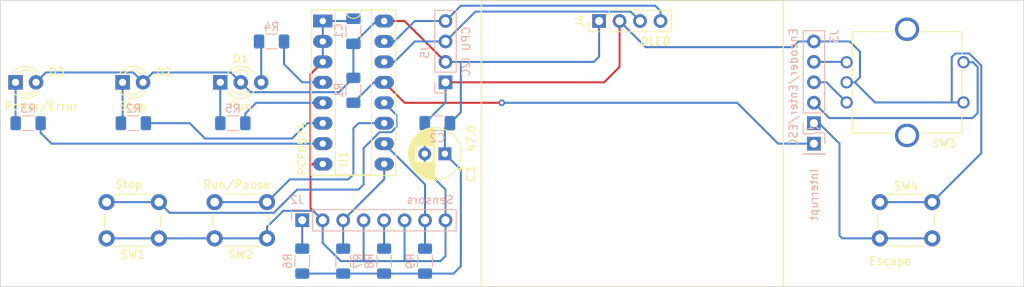
<source format=kicad_pcb>
(kicad_pcb (version 20211014) (generator pcbnew)
  (layers (0 "F.Cu" signal) (31 "B.Cu" signal) (34 "B.Paste" user) (35 "F.Paste" user) (36 "B.SilkS" user "B.Silkscreen") (37 "F.SilkS" user "F.Silkscreen") (38 "B.Mask" user) (39 "F.Mask" user) (44 "Edge.Cuts" user))
  (net 0 "")
  (net 1 "GND")
  (net 2 "+5V")
  (net 3 "Net-(D1-Pad1)")
  (net 4 "Net-(D1-Pad3)")
  (net 5 "Net-(D2-Pad1)")
  (net 6 "Net-(D3-Pad1)")
  (net 7 "Net-(J1-Pad1)")
  (net 8 "Net-(J2-Pad1)")
  (net 9 "/S1")
  (net 10 "Net-(J2-Pad5)")
  (net 11 "/S2")
  (net 12 "/Escape")
  (net 13 "/Enter")
  (net 14 "/Enc B")
  (net 15 "/Enc A")
  (net 16 "/SCL")
  (net 17 "/SDA")
  (net 18 "Net-(SW1-Pad2)")
  (net 19 "Net-(SW2-Pad2)")
  (net 20 "Net-(U1-Pad6)")
  (net 21 "Net-(U1-Pad7)")
  (net 22 "Net-(U1-Pad4)")
  (net 23 "Net-(U1-Pad5)")
  (footprint "Button_Switch_THT:SW_PUSH_6mm" (layer "F.Cu") (at 78.74 70.195 180)
    (fp_text reference "SW1" (at 3.25 -2) (layer "F.SilkS"))
    (fp_text value "Stop" (at 3.75 6.7) (layer "F.SilkS"))
    (fp_line (start 5.5 -1) (end 1 -1) (layer "F.SilkS") (width 0.12))
    (fp_line (start -0.25 1.5) (end -0.25 3) (layer "F.SilkS") (width 0.12))
    (fp_line (start 1 5.5) (end 5.5 5.5) (layer "F.SilkS") (width 0.12))
    (fp_line (start 6.75 3) (end 6.75 1.5) (layer "F.SilkS") (width 0.12))
    (pad "1" thru_hole circle (at 6.5 0 270) (size 2 2) (drill 1.1) (layers *.Cu *.Mask) (net 1 "GND"))
    (pad "1" thru_hole circle (at 0 0 270) (size 2 2) (drill 1.1) (layers *.Cu *.Mask) (net 1 "GND"))
    (pad "2" thru_hole circle (at 6.5 4.5 270) (size 2 2) (drill 1.1) (layers *.Cu *.Mask) (net 18 "Net-(SW1-Pad2)"))
    (pad "2" thru_hole circle (at 0 4.5 270) (size 2 2) (drill 1.1) (layers *.Cu *.Mask) (net 18 "Net-(SW1-Pad2)"))
  )
  (footprint "Rotary_Encoder:RotaryEncoder_Bourns_Vertical_PEC12R-3xxxF-Sxxxx" (layer "F.Cu") (at 164.08 48.3)
    (fp_text reference "SW3" (at 12.065 10.12 180) (layer "F.SilkS"))
    (fp_text value "RotaryEncoder_Switch")
    (fp_line (start 9.25 -3.8) (end 14.3 -3.8) (layer "F.SilkS") (width 0.12))
    (fp_line (start 0.7 0.75) (end 0.7 1.75) (layer "F.SilkS") (width 0.12))
    (fp_line (start 0.7 -3.8) (end 5.75 -3.8) (layer "F.SilkS") (width 0.12))
    (fp_line (start 0.7 3.25) (end 0.7 4.25) (layer "F.SilkS") (width 0.12))
    (fp_line (start 14.3 -3.8) (end 14.3 -1) (layer "F.SilkS") (width 0.12))
    (fp_line (start 0.7 5.8) (end 0.7 8.8) (layer "F.SilkS") (width 0.12))
    (fp_line (start 14.3 1) (end 14.3 4) (layer "F.SilkS") (width 0.12))
    (fp_line (start 0.7 -0.8) (end 0.7 -3.8) (layer "F.SilkS") (width 0.12))
    (fp_line (start 14.3 8.8) (end 9.25 8.8) (layer "F.SilkS") (width 0.12))
    (fp_line (start 5.75 8.8) (end 0.7 8.8) (layer "F.SilkS") (width 0.12))
    (fp_line (start 14.3 6.1) (end 14.3 8.8) (layer "F.SilkS") (width 0.12))
    (pad "A" thru_hole circle (at 0 0 270) (size 1.524 1.524) (drill 1) (layers *.Cu *.Mask) (net 15 "/Enc A"))
    (pad "B" thru_hole circle (at 0 5 270) (size 1.524 1.524) (drill 1) (layers *.Cu *.Mask) (net 14 "/Enc B"))
    (pad "C" thru_hole circle (at 0 2.5 270) (size 1.524 1.524) (drill 1) (layers *.Cu *.Mask) (net 1 "GND"))
    (pad "S1" thru_hole circle (at 14.5 0 270) (size 1.524 1.524) (drill 1) (layers *.Cu *.Mask) (net 13 "/Enter"))
    (pad "S2" thru_hole circle (at 14.5 5 270) (size 1.524 1.524) (drill 1) (layers *.Cu *.Mask) (net 1 "GND"))
    (pad "SH" thru_hole oval (at 7.5 -4.1 270) (size 2.9 3) (drill oval 2.1 2.2) (layers *.Cu *.Mask))
    (pad "SH" thru_hole oval (at 7.5 9.1 270) (size 2.9 3) (drill oval 2.1 2.2) (layers *.Cu *.Mask))
  )
  (footprint "MountingHole:MountingHole_3.2mm_M3" (layer "F.Cu") (at 62.865 72.39)
    (fp_text reference "H1" (at 0 0) (layer "F.SilkS"))
    (fp_text value "MountingHole" hide)
    (pad "" np_thru_hole circle (at 0 0) (size 3.2 3.2) (drill 3.2) (layers *.Cu *.Mask))
  )
  (footprint "MountingHole:MountingHole_3.2mm_M3" (layer "F.Cu") (at 122.555 44.45)
    (fp_text reference "H5" (at 0 0) (layer "F.SilkS"))
    (fp_text value "MountingHole" hide)
    (pad "" np_thru_hole circle (at 0 0) (size 3.2 3.2) (drill 3.2) (layers *.Cu *.Mask))
  )
  (footprint "LED_THT:LED_D3.0mm" (layer "F.Cu") (at 74.23 50.8)
    (fp_text reference "D2" (at 5.145 -1.27) (layer "F.SilkS"))
    (fp_text value "Stop" (at 1.27 2.96) (layer "F.SilkS"))
    (fp_line (start -0.29 1.08) (end -0.29 1.236) (layer "F.SilkS") (width 0.12))
    (fp_line (start -0.29 -1.236) (end -0.29 -1.08) (layer "F.SilkS") (width 0.12))
    (fp_arc (start -0.29 -1.235516) (mid 1.366487 -1.987659) (end 2.942335 -1.078608) (layer "F.SilkS") (width 0.12))
    (fp_arc (start 2.31113 1.079837) (mid 1.270117 1.5) (end 0.229039 1.08) (layer "F.SilkS") (width 0.12))
    (fp_arc (start 0.229039 -1.08) (mid 1.270117 -1.5) (end 2.31113 -1.079837) (layer "F.SilkS") (width 0.12))
    (fp_arc (start 2.942335 1.078608) (mid 1.366487 1.987659) (end -0.29 1.235516) (layer "F.SilkS") (width 0.12))
    (pad "1" thru_hole rect (at 0 0) (size 1.8 1.8) (drill 0.9) (layers *.Cu *.Mask) (net 5 "Net-(D2-Pad1)"))
    (pad "2" thru_hole circle (at 2.54 0) (size 1.8 1.8) (drill 0.9) (layers *.Cu *.Mask) (net 2 "+5V"))
  )
  (footprint "MountingHole:MountingHole_3.2mm_M3" (layer "F.Cu") (at 182.245 72.39)
    (fp_text reference "H4" (at 0 0) (layer "F.SilkS"))
    (fp_text value "MountingHole" hide)
    (pad "" np_thru_hole circle (at 0 0) (size 3.2 3.2) (drill 3.2) (layers *.Cu *.Mask))
  )
  (footprint "Button_Switch_THT:SW_PUSH_6mm" (layer "F.Cu") (at 168.2 65.695)
    (fp_text reference "SW4" (at 3.25 -2) (layer "F.SilkS"))
    (fp_text value "Escape" (at 1.27 7.33) (layer "F.SilkS"))
    (fp_line (start 5.5 -1) (end 1 -1) (layer "F.SilkS") (width 0.12))
    (fp_line (start 1 5.5) (end 5.5 5.5) (layer "F.SilkS") (width 0.12))
    (fp_line (start -0.25 1.5) (end -0.25 3) (layer "F.SilkS") (width 0.12))
    (fp_line (start 6.75 3) (end 6.75 1.5) (layer "F.SilkS") (width 0.12))
    (pad "1" thru_hole circle (at 0 0 90) (size 2 2) (drill 1.1) (layers *.Cu *.Mask) (net 1 "GND"))
    (pad "1" thru_hole circle (at 6.5 0 90) (size 2 2) (drill 1.1) (layers *.Cu *.Mask) (net 1 "GND"))
    (pad "2" thru_hole circle (at 0 4.5 90) (size 2 2) (drill 1.1) (layers *.Cu *.Mask) (net 12 "/Escape"))
    (pad "2" thru_hole circle (at 6.5 4.5 90) (size 2 2) (drill 1.1) (layers *.Cu *.Mask) (net 12 "/Escape"))
  )
  (footprint "Capacitor_THT:CP_Radial_D6.3mm_P2.50mm" (layer "F.Cu") (at 114.222379 59.69 180)
    (fp_text reference "C3" (at -3.252621 -2.54 90) (layer "F.SilkS"))
    (fp_text value "47,0" (at -3.252621 1.905 90) (layer "F.SilkS"))
    (fp_line (start 2.331 1.04) (end 2.331 3.047) (layer "F.SilkS") (width 0.12))
    (fp_line (start 1.41 -3.227) (end 1.41 3.227) (layer "F.SilkS") (width 0.12))
    (fp_line (start 4.331 -1.059) (end 4.331 1.059) (layer "F.SilkS") (width 0.12))
    (fp_line (start 2.011 1.04) (end 2.011 3.141) (layer "F.SilkS") (width 0.12))
    (fp_line (start 2.091 -3.121) (end 2.091 -1.04) (layer "F.SilkS") (width 0.12))
    (fp_line (start 3.851 -1.944) (end 3.851 1.944) (layer "F.SilkS") (width 0.12))
    (fp_line (start 3.531 1.04) (end 3.531 2.305) (layer "F.SilkS") (width 0.12))
    (fp_line (start 2.131 1.04) (end 2.131 3.11) (layer "F.SilkS") (width 0.12))
    (fp_line (start 3.011 1.04) (end 3.011 2.716) (layer "F.SilkS") (width 0.12))
    (fp_line (start 3.251 -2.548) (end 3.251 -1.04) (layer "F.SilkS") (width 0.12))
    (fp_line (start 2.691 1.04) (end 2.691 2.896) (layer "F.SilkS") (width 0.12))
    (fp_line (start 1.85 -3.175) (end 1.85 -1.04) (layer "F.SilkS") (width 0.12))
    (fp_line (start 2.531 -2.97) (end 2.531 -1.04) (layer "F.SilkS") (width 0.12))
    (fp_line (start 3.331 -2.484) (end 3.331 -1.04) (layer "F.SilkS") (width 0.12))
    (fp_line (start 1.77 -3.189) (end 1.77 -1.04) (layer "F.SilkS") (width 0.12))
    (fp_line (start 2.371 -3.033) (end 2.371 -1.04) (layer "F.SilkS") (width 0.12))
    (fp_line (start 4.371 -0.94) (end 4.371 0.94) (layer "F.SilkS") (width 0.12))
    (fp_line (start 3.891 -1.89) (end 3.891 1.89) (layer "F.SilkS") (width 0.12))
    (fp_line (start 2.411 -3.018) (end 2.411 -1.04) (layer "F.SilkS") (width 0.12))
    (fp_line (start 1.77 1.04) (end 1.77 3.189) (layer "F.SilkS") (width 0.12))
    (fp_line (start 3.731 -2.092) (end 3.731 2.092) (layer "F.SilkS") (width 0.12))
    (fp_line (start 4.451 -0.633) (end 4.451 0.633) (layer "F.SilkS") (width 0.12))
    (fp_line (start 3.491 -2.343) (end 3.491 -1.04) (layer "F.SilkS") (width 0.12))
    (fp_line (start 2.731 -2.876) (end 2.731 -1.04) (layer "F.SilkS") (width 0.12))
    (fp_line (start 1.73 1.04) (end 1.73 3.195) (layer "F.SilkS") (width 0.12))
    (fp_line (start 2.651 1.04) (end 2.651 2.916) (layer "F.SilkS") (width 0.12))
    (fp_line (start 1.73 -3.195) (end 1.73 -1.04) (layer "F.SilkS") (width 0.12))
    (fp_line (start 2.251 -3.074) (end 2.251 -1.04) (layer "F.SilkS") (width 0.12))
    (fp_line (start 1.65 1.04) (end 1.65 3.206) (layer "F.SilkS") (width 0.12))
    (fp_line (start 2.171 1.04) (end 2.171 3.098) (layer "F.SilkS") (width 0.12))
    (fp_line (start 3.571 -2.265) (end 3.571 2.265) (layer "F.SilkS") (width 0.12))
    (fp_line (start 3.691 -2.137) (end 3.691 2.137) (layer "F.SilkS") (width 0.12))
    (fp_line (start 3.451 -2.38) (end 3.451 -1.04) (layer "F.SilkS") (width 0.12))
    (fp_line (start 3.651 -2.182) (end 3.651 2.182) (layer "F.SilkS") (width 0.12))
    (fp_line (start 2.931 -2.766) (end 2.931 -1.04) (layer "F.SilkS") (width 0.12))
    (fp_line (start 2.971 -2.742) (end 2.971 -1.04) (layer "F.SilkS") (width 0.12))
    (fp_line (start 1.61 -3.211) (end 1.61 -1.04) (layer "F.SilkS") (width 0.12))
    (fp_line (start 1.89 1.04) (end 1.89 3.167) (layer "F.SilkS") (width 0.12))
    (fp_line (start 2.891 1.04) (end 2.891 2.79) (layer "F.SilkS") (width 0.12))
    (fp_line (start 3.331 1.04) (end 3.331 2.484) (layer "F.SilkS") (width 0.12))
    (fp_line (start 2.571 -2.952) (end 2.571 -1.04) (layer "F.SilkS") (width 0.12))
    (fp_line (start 1.81 1.04) (end 1.81 3.182) (layer "F.SilkS") (width 0.12))
    (fp_line (start 1.65 -3.206) (end 1.65 -1.04) (layer "F.SilkS") (width 0.12))
    (fp_line (start 1.93 1.04) (end 1.93 3.159) (layer "F.SilkS") (width 0.12))
    (fp_line (start 3.131 1.04) (end 3.131 2.636) (layer "F.SilkS") (width 0.12))
    (fp_line (start 1.45 -3.224) (end 1.45 3.224) (layer "F.SilkS") (width 0.12))
    (fp_line (start 2.451 1.04) (end 2.451 3.002) (layer "F.SilkS") (width 0.12))
    (fp_line (start 1.69 -3.201) (end 1.69 -1.04) (layer "F.SilkS") (width 0.12))
    (fp_line (start 2.891 -2.79) (end 2.891 -1.04) (layer "F.SilkS") (width 0.12))
    (fp_line (start 2.771 1.04) (end 2.771 2.856) (layer "F.SilkS") (width 0.12))
    (fp_line (start 1.37 -3.228) (end 1.37 3.228) (layer "F.SilkS") (width 0.12))
    (fp_line (start 2.931 1.04) (end 2.931 2.766) (layer "F.SilkS") (width 0.12))
    (fp_line (start -2.250241 -1.839) (end -1.620241 -1.839) (layer "F.SilkS") (width 0.12))
    (fp_line (start 3.931 -1.834) (end 3.931 1.834) (layer "F.SilkS") (width 0.12))
    (fp_line (start 2.611 1.04) (end 2.611 2.934) (layer "F.SilkS") (width 0.12))
    (fp_line (start 3.411 1.04) (end 3.411 2.416) (layer "F.SilkS") (width 0.12))
    (fp_line (start 2.531 1.04) (end 2.531 2.97) (layer "F.SilkS") (width 0.12))
    (fp_line (start 4.411 -0.802) (end 4.411 0.802) (layer "F.SilkS") (width 0.12))
    (fp_line (start 2.731 1.04) (end 2.731 2.876) (layer "F.SilkS") (width 0.12))
    (fp_line (start 1.29 -3.23) (end 1.29 3.23) (layer "F.SilkS") (width 0.12))
    (fp_line (start 3.611 -2.224) (end 3.611 2.224) (layer "F.SilkS") (width 0.12))
    (fp_line (start 2.971 1.04) (end 2.971 2.742) (layer "F.SilkS") (width 0.12))
    (fp_line (start 1.57 1.04) (end 1.57 3.215) (layer "F.SilkS") (width 0.12))
    (fp_line (start 2.251 1.04) (end 2.251 3.074) (layer "F.SilkS") (width 0.12))
    (fp_line (start 3.771 -2.044) (end 3.771 2.044) (layer "F.SilkS") (width 0.12))
    (fp_line (start 4.171 -1.432) (end 4.171 1.432) (layer "F.SilkS") (width 0.12))
    (fp_line (start 2.091 1.04) (end 2.091 3.121) (layer "F.SilkS") (width 0.12))
    (fp_line (start 4.211 -1.35) (end 4.211 1.35) (layer "F.SilkS") (width 0.12))
    (fp_line (start 2.691 -2.896) (end 2.691 -1.04) (layer "F.SilkS") (width 0.12))
    (fp_line (start 2.371 1.04) (end 2.371 3.033) (layer "F.SilkS") (width 0.12))
    (fp_line (start 1.89 -3.167) (end 1.89 -1.04) (layer "F.SilkS") (width 0.12))
    (fp_line (start 1.81 -3.182) (end 1.81 -1.04) (layer "F.SilkS") (width 0.12))
    (fp_line (start 3.211 -2.578) (end 3.211 -1.04) (layer "F.SilkS") (width 0.12))
    (fp_line (start 4.131 -1.509) (end 4.131 1.509) (layer "F.SilkS") (width 0.12))
    (fp_line (start 3.291 -2.516) (end 3.291 -1.04) (layer "F.SilkS") (width 0.12))
    (fp_line (start 1.971 1.04) (end 1.971 3.15) (layer "F.SilkS") (width 0.12))
    (fp_line (start 1.33 -3.23) (end 1.33 3.23) (layer "F.SilkS") (width 0.12))
    (fp_line (start 1.49 -3.222) (end 1.49 -1.04) (layer "F.SilkS") (width 0.12))
    (fp_line (start 2.611 -2.934) (end 2.611 -1.04) (layer "F.SilkS") (width 0.12))
    (fp_line (start 3.371 -2.45) (end 3.371 -1.04) (layer "F.SilkS") (width 0.12))
    (fp_line (start 2.491 -2.986) (end 2.491 -1.04) (layer "F.SilkS") (width 0.12))
    (fp_line (start 1.93 -3.159) (end 1.93 -1.04) (layer "F.SilkS") (width 0.12))
    (fp_line (start 2.171 -3.098) (end 2.171 -1.04) (layer "F.SilkS") (width 0.12))
    (fp_line (start 2.291 -3.061) (end 2.291 -1.04) (layer "F.SilkS") (width 0.12))
    (fp_line (start 2.051 1.04) (end 2.051 3.131) (layer "F.SilkS") (width 0.12))
    (fp_line (start -1.935241 -2.154) (end -1.935241 -1.524) (layer "F.SilkS") (width 0.12))
    (fp_line (start 2.211 -3.086) (end 2.211 -1.04) (layer "F.SilkS") (width 0.12))
    (fp_line (start 2.131 -3.11) (end 2.131 -1.04) (layer "F.SilkS") (width 0.12))
    (fp_line (start 4.291 -1.165) (end 4.291 1.165) (layer "F.SilkS") (width 0.12))
    (fp_line (start 1.57 -3.215) (end 1.57 -1.04) (layer "F.SilkS") (width 0.12))
    (fp_line (start 3.051 -2.69) (end 3.051 -1.04) (layer "F.SilkS") (width 0.12))
    (fp_line (start 2.011 -3.141) (end 2.011 -1.04) (layer "F.SilkS") (width 0.12))
    (fp_line (start 2.811 -2.834) (end 2.811 -1.04) (layer "F.SilkS") (width 0.12))
    (fp_line (start 4.091 -1.581) (end 4.091 1.581) (layer "F.SilkS") (width 0.12))
    (fp_line (start 2.051 -3.131) (end 2.051 -1.04) (layer "F.SilkS") (width 0.12))
    (fp_line (start 3.371 1.04) (end 3.371 2.45) (layer "F.SilkS") (width 0.12))
    (fp_line (start 3.451 1.04) (end 3.451 2.38) (layer "F.SilkS") (width 0.12))
    (fp_line (start 2.411 1.04) (end 2.411 3.018) (layer "F.SilkS") (width 0.12))
    (fp_line (start 2.851 1.04) (end 2.851 2.812) (layer "F.SilkS") (width 0.12))
    (fp_line (start 3.091 -2.664) (end 3.091 -1.04) (layer "F.SilkS") (width 0.12))
    (fp_line (start 3.051 1.04) (end 3.051 2.69) (layer "F.SilkS") (width 0.12))
    (fp_line (start 3.171 -2.607) (end 3.171 -1.04) (layer "F.SilkS") (width 0.12))
    (fp_line (start 1.49 1.04) (end 1.49 3.222) (layer "F.SilkS") (width 0.12))
    (fp_line (start 3.251 1.04) (end 3.251 2.548) (layer "F.SilkS") (width 0.12))
    (fp_line (start 3.531 -2.305) (end 3.531 -1.04) (layer "F.SilkS") (width 0.12))
    (fp_line (start 2.651 -2.916) (end 2.651 -1.04) (layer "F.SilkS") (width 0.12))
    (fp_line (start 1.53 -3.218) (end 1.53 -1.04) (layer "F.SilkS") (width 0.12))
    (fp_line (start 1.25 -3.23) (end 1.25 3.23) (layer "F.SilkS") (width 0.12))
    (fp_line (start 2.571 1.04) (end 2.571 2.952) (layer "F.SilkS") (width 0.12))
    (fp_line (start 1.53 1.04) (end 1.53 3.218) (layer "F.SilkS") (width 0.12))
    (fp_line (start 4.251 -1.262) (end 4.251 1.262) (layer "F.SilkS") (width 0.12))
    (fp_line (start 2.491 1.04) (end 2.491 2.986) (layer "F.SilkS") (width 0.12))
    (fp_line (start 1.61 1.04) (end 1.61 3.211) (layer "F.SilkS") (width 0.12))
    (fp_line (start 3.211 1.04) (end 3.211 2.578) (layer "F.SilkS") (width 0.12))
    (fp_line (start 2.331 -3.047) (end 2.331 -1.04) (layer "F.SilkS") (width 0.12))
    (fp_line (start 3.291 1.04) (end 3.291 2.516) (layer "F.SilkS") (width 0.12))
    (fp_line (start 3.971 -1.776) (end 3.971 1.776) (layer "F.SilkS") (width 0.12))
    (fp_line (start 3.811 -1.995) (end 3.811 1.995) (layer "F.SilkS") (width 0.12))
    (fp_line (start 2.771 -2.856) (end 2.771 -1.04) (layer "F.SilkS") (width 0.12))
    (fp_line (start 2.211 1.04) (end 2.211 3.086) (layer "F.SilkS") (width 0.12))
    (fp_line (start 4.011 -1.714) (end 4.011 1.714) (layer "F.SilkS") (width 0.12))
    (fp_line (start 2.291 1.04) (end 2.291 3.061) (layer "F.SilkS") (width 0.12))
    (fp_line (start 4.051 -1.65) (end 4.051 1.65) (layer "F.SilkS") (width 0.12))
    (fp_line (start 1.85 1.04) (end 1.85 3.175) (layer "F.SilkS") (width 0.12))
    (fp_line (start 4.491 -0.402) (end 4.491 0.402) (layer "F.SilkS") (width 0.12))
    (fp_line (start 3.411 -2.416) (end 3.411 -1.04) (layer "F.SilkS") (width 0.12))
    (fp_line (start 2.851 -2.812) (end 2.851 -1.04) (layer "F.SilkS") (width 0.12))
    (fp_line (start 3.131 -2.636) (end 3.131 -1.04) (layer "F.SilkS") (width 0.12))
    (fp_line (start 3.091 1.04) (end 3.091 2.664) (layer "F.SilkS") (width 0.12))
    (fp_line (start 1.69 1.04) (end 1.69 3.201) (layer "F.SilkS") (width 0.12))
    (fp_line (start 3.011 -2.716) (end 3.011 -1.04) (layer "F.SilkS") (width 0.12))
    (fp_line (start 1.971 -3.15) (end 1.971 -1.04) (layer "F.SilkS") (width 0.12))
    (fp_line (start 2.451 -3.002) (end 2.451 -1.04) (layer "F.SilkS") (width 0.12))
    (fp_line (start 2.811 1.04) (end 2.811 2.834) (layer "F.SilkS") (width 0.12))
    (fp_line (start 3.171 1.04) (end 3.171 2.607) (layer "F.SilkS") (width 0.12))
    (fp_line (start 3.491 1.04) (end 3.491 2.343) (layer "F.SilkS") (width 0.12))
    (fp_circle (center 1.25 0) (end 4.52 0) (layer "F.SilkS") (width 0.12) (fill none))
    (pad "1" thru_hole rect (at 0 0 180) (size 1.6 1.6) (drill 0.8) (layers *.Cu *.Mask) (net 2 "+5V"))
    (pad "2" thru_hole circle (at 2.5 0 180) (size 1.6 1.6) (drill 0.8) (layers *.Cu *.Mask) (net 1 "GND"))
  )
  (footprint "Connector_PinHeader_2.54mm:PinHeader_1x04_P2.54mm_Vertical" (layer "F.Cu") (at 133.36 43.18 90)
    (fp_text reference "J4" (at 0 -2.33 90) (layer "F.SilkS"))
    (fp_text value "OLED" (at -2.54 6.975 180) (layer "F.SilkS"))
    (fp_line (start -1.33 1.27) (end -1.33 8.95) (layer "F.SilkS") (width 0.12))
    (fp_line (start -1.33 8.95) (end 1.33 8.95) (layer "F.SilkS") (width 0.12))
    (fp_line (start 1.33 1.27) (end 1.33 8.95) (layer "F.SilkS") (width 0.12))
    (fp_line (start -1.33 -1.33) (end 0 -1.33) (layer "F.SilkS") (width 0.12))
    (fp_line (start -1.33 1.27) (end 1.33 1.27) (layer "F.SilkS") (width 0.12))
    (fp_line (start -1.33 0) (end -1.33 -1.33) (layer "F.SilkS") (width 0.12))
    (pad "1" thru_hole rect (at 0 0 90) (size 1.7 1.7) (drill 1) (layers *.Cu *.Mask) (net 2 "+5V"))
    (pad "2" thru_hole oval (at 0 2.54 90) (size 1.7 1.7) (drill 1) (layers *.Cu *.Mask) (net 1 "GND"))
    (pad "3" thru_hole oval (at 0 5.08 90) (size 1.7 1.7) (drill 1) (layers *.Cu *.Mask) (net 16 "/SCL"))
    (pad "4" thru_hole oval (at 0 7.62 90) (size 1.7 1.7) (drill 1) (layers *.Cu *.Mask) (net 17 "/SDA"))
  )
  (footprint "LED_THT:LED_D3.0mm-3" (layer "F.Cu") (at 86.35 50.8)
    (fp_text reference "D1" (at 2.54 -2.96) (layer "F.SilkS"))
    (fp_text value "Run" (at 2.54 2.96) (layer "F.SilkS"))
    (fp_line (start 0.98 -1.236) (end 0.98 -1.08) (layer "F.SilkS") (width 0.12))
    (fp_line (start 0.98 1.08) (end 0.98 1.236) (layer "F.SilkS") (width 0.12))
    (fp_arc (start 4.212335 1.078608) (mid 2.636487 1.987659) (end 0.98 1.235516) (layer "F.SilkS") (width 0.12))
    (fp_arc (start 1.499039 -1.08) (mid 2.540117 -1.5) (end 3.58113 -1.079837) (layer "F.SilkS") (width 0.12))
    (fp_arc (start 3.58113 1.079837) (mid 2.540117 1.5) (end 1.499039 1.08) (layer "F.SilkS") (width 0.12))
    (fp_arc (start 0.98 -1.235516) (mid 2.636487 -1.987659) (end 4.212335 -1.078608) (layer "F.SilkS") (width 0.12))
    (pad "1" thru_hole rect (at 0 0) (size 1.8 1.8) (drill 0.9) (layers *.Cu *.Mask) (net 3 "Net-(D1-Pad1)"))
    (pad "2" thru_hole circle (at 2.54 0) (size 1.8 1.8) (drill 0.9) (layers *.Cu *.Mask) (net 2 "+5V"))
    (pad "3" thru_hole circle (at 5.08 0) (size 1.8 1.8) (drill 0.9) (layers *.Cu *.Mask) (net 4 "Net-(D1-Pad3)"))
  )
  (footprint "LED_THT:LED_D3.0mm" (layer "F.Cu") (at 60.945 50.8)
    (fp_text reference "D3" (at 5.095 -1.27) (layer "F.SilkS"))
    (fp_text value "Power/Error" (at 3.175 2.96) (layer "F.SilkS"))
    (fp_line (start -0.29 -1.236) (end -0.29 -1.08) (layer "F.SilkS") (width 0.12))
    (fp_line (start -0.29 1.08) (end -0.29 1.236) (layer "F.SilkS") (width 0.12))
    (fp_arc (start 0.229039 -1.08) (mid 1.270117 -1.5) (end 2.31113 -1.079837) (layer "F.SilkS") (width 0.12))
    (fp_arc (start 2.31113 1.079837) (mid 1.270117 1.5) (end 0.229039 1.08) (layer "F.SilkS") (width 0.12))
    (fp_arc (start -0.29 -1.235516) (mid 1.366487 -1.987659) (end 2.942335 -1.078608) (layer "F.SilkS") (width 0.12))
    (fp_arc (start 2.942335 1.078608) (mid 1.366487 1.987659) (end -0.29 1.235516) (layer "F.SilkS") (width 0.12))
    (pad "1" thru_hole rect (at 0 0) (size 1.8 1.8) (drill 0.9) (layers *.Cu *.Mask) (net 6 "Net-(D3-Pad1)"))
    (pad "2" thru_hole circle (at 2.54 0) (size 1.8 1.8) (drill 0.9) (layers *.Cu *.Mask) (net 2 "+5V"))
  )
  (footprint "Button_Switch_THT:SW_PUSH_6mm" (layer "F.Cu") (at 92.15 70.195 180)
    (fp_text reference "SW2" (at 3.25 -2) (layer "F.SilkS"))
    (fp_text value "Run/Pause" (at 3.75 6.7) (layer "F.SilkS"))
    (fp_line (start -0.25 1.5) (end -0.25 3) (layer "F.SilkS") (width 0.12))
    (fp_line (start 1 5.5) (end 5.5 5.5) (layer "F.SilkS") (width 0.12))
    (fp_line (start 6.75 3) (end 6.75 1.5) (layer "F.SilkS") (width 0.12))
    (fp_line (start 5.5 -1) (end 1 -1) (layer "F.SilkS") (width 0.12))
    (pad "1" thru_hole circle (at 6.5 0 270) (size 2 2) (drill 1.1) (layers *.Cu *.Mask) (net 1 "GND"))
    (pad "1" thru_hole circle (at 0 0 270) (size 2 2) (drill 1.1) (layers *.Cu *.Mask) (net 1 "GND"))
    (pad "2" thru_hole circle (at 6.5 4.5 270) (size 2 2) (drill 1.1) (layers *.Cu *.Mask) (net 19 "Net-(SW2-Pad2)"))
    (pad "2" thru_hole circle (at 0 4.5 270) (size 2 2) (drill 1.1) (layers *.Cu *.Mask) (net 19 "Net-(SW2-Pad2)"))
  )
  (footprint "MountingHole:MountingHole_3.2mm_M3" (layer "F.Cu") (at 182.245 44.45)
    (fp_text reference "H3" (at 0 0) (layer "F.SilkS"))
    (fp_text value "MountingHole" hide)
    (pad "" np_thru_hole circle (at 0 0) (size 3.2 3.2) (drill 3.2) (layers *.Cu *.Mask))
  )
  (footprint "MountingHole:MountingHole_3.2mm_M3" (layer "F.Cu") (at 62.865 44.45)
    (fp_text reference "H2" hide)
    (fp_text value "MountingHole" hide)
    (pad "" np_thru_hole circle (at 0 0) (size 3.2 3.2) (drill 3.2) (layers *.Cu *.Mask))
  )
  (footprint "MountingHole:MountingHole_3.2mm_M3" (layer "F.Cu") (at 152.4 72.39)
    (fp_text reference "H7" (at 0 0) (layer "F.SilkS"))
    (fp_text value "MountingHole" hide)
    (pad "" np_thru_hole circle (at 0 0) (size 3.2 3.2) (drill 3.2) (layers *.Cu *.Mask))
  )
  (footprint "Package_DIP:DIP-16_W7.62mm_Socket_LongPads" (layer "F.Cu") (at 99.07 43.18)
    (fp_text reference "U1" (at 2.53 17.145 90) (layer "F.SilkS"))
    (fp_text value "PCF8574" (at -2.55 15.875 270) (layer "F.SilkS"))
    (fp_line (start 1.56 -1.33) (end 1.56 19.11) (layer "F.SilkS") (width 0.12))
    (fp_line (start 2.81 -1.33) (end 1.56 -1.33) (layer "F.SilkS") (width 0.12))
    (fp_line (start 1.56 19.11) (end 6.06 19.11) (layer "F.SilkS") (width 0.12))
    (fp_line (start -1.44 19.17) (end 9.06 19.17) (layer "F.SilkS") (width 0.12))
    (fp_line (start 9.06 19.17) (end 9.06 -1.39) (layer "F.SilkS") (width 0.12))
    (fp_line (start -1.44 -1.39) (end -1.44 19.17) (layer "F.SilkS") (width 0.12))
    (fp_line (start 6.06 -1.33) (end 4.81 -1.33) (layer "F.SilkS") (width 0.12))
    (fp_line (start 6.06 19.11) (end 6.06 -1.33) (layer "F.SilkS") (width 0.12))
    (fp_line (start 9.06 -1.39) (end -1.44 -1.39) (layer "F.SilkS") (width 0.12))
    (fp_arc (start 4.81 -1.33) (mid 3.81 -0.33) (end 2.81 -1.33) (layer "F.SilkS") (width 0.12))
    (pad "1" thru_hole rect (at 0 0) (size 2.4 1.6) (drill 0.8) (layers *.Cu *.Mask) (net 1 "GND"))
    (pad "2" thru_hole oval (at 0 2.54) (size 2.4 1.6) (drill 0.8) (layers *.Cu *.Mask) (net 1 "GND"))
    (pad "3" thru_hole oval (at 0 5.08) (size 2.4 1.6) (drill 0.8) (layers *.Cu *.Mask) (net 1 "GND"))
    (pad "4" thru_hole oval (at 0 7.62) (size 2.4 1.6) (drill 0.8) (layers *.Cu *.Mask) (net 22 "Net-(U1-Pad4)"))
    (pad "5" thru_hole oval (at 0 10.16) (size 2.4 1.6) (drill 0.8) (layers *.Cu *.Mask) (net 23 "Net-(U1-Pad5)"))
    (pad "6" thru_hole oval (at 0 12.7) (size 2.4 1.6) (drill 0.8) (layers *.Cu *.Mask) (net 20 "Net-(U1-Pad6)"))
    (pad "7" thru_hole oval (at 0 15.24) (size 2.4 1.6) (drill 0.8) (layers *.Cu *.Mask) (net 21 "Net-(U1-Pad7)"))
    (pad "8" thru_hole oval (at 0 17.78) (size 2.4 1.6) (drill 0.8) (layers *.Cu *.Mask) (net 1 "GND"))
    (pad "9" thru_hole oval (at 7.62 17.78) (size 2.4 1.6) (drill 0.8) (layers *.Cu *.Mask) (net 9 "/S1"))
    (pad "10" thru_hole oval (at 7.62 15.24) (size 2.4 1.6) (drill 0.8) (layers *.Cu *.Mask) (net 11 "/S2"))
    (pad "11" thru_hole oval (at 7.62 12.7) (size 2.4 1.6) (drill 0.8) (layers *.Cu *.Mask) (net 19 "Net-(SW2-Pad2)"))
    (pad "12" thru_hole oval (at 7.62 10.16) (size 2.4 1.6) (drill 0.8) (layers *.Cu *.Mask) (net 18 "Net-(SW1-Pad2)"))
    (pad "13" thru_hole oval (at 7.62 7.62) (size 2.4 1.6) (drill 0.8) (layers *.Cu *.Mask) (net 7 "Net-(J1-Pad1)"))
    (pad "14" thru_hole oval (at 7.62 5.08) (size 2.4 1.6) (drill 0.8) (layers *.Cu *.Mask) (net 16 "/SCL"))
    (pad "15" thru_hole oval (at 7.62 2.54) (size 2.4 1.6) (drill 0.8) (layers *.Cu *.Mask) (net 17 "/SDA"))
    (pad "16" thru_hole oval (at 7.62 0) (size 2.4 1.6) (drill 0.8) (layers *.Cu *.Mask) (net 2 "+5V"))
  )
  (footprint "MountingHole:MountingHole_3.2mm_M3" (layer "F.Cu") (at 152.4 44.45)
    (fp_text reference "H8" (at 0 0) (layer "F.SilkS"))
    (fp_text value "MountingHole" hide)
    (pad "" np_thru_hole circle (at 0 0) (size 3.2 3.2) (drill 3.2) (layers *.Cu *.Mask))
  )
  (footprint "MountingHole:MountingHole_3.2mm_M3" (layer "F.Cu") (at 122.555 72.39)
    (fp_text reference "H6" (at 0 0) (layer "F.SilkS"))
    (fp_text value "MountingHole" hide)
    (pad "" np_thru_hole circle (at 0 0) (size 3.2 3.2) (drill 3.2) (layers *.Cu *.Mask))
  )
  (footprint "Connector_PinHeader_2.54mm:PinHeader_1x08_P2.54mm_Vertical" (layer "B.Cu") (at 96.52 67.945 -90)
    (fp_text reference "J2" (at -2.54 0.635 180) (layer "B.SilkS") (effects (justify mirror)))
    (fp_text value "Sensors" (at -2.54 -15.875) (layer "B.SilkS") (effects (justify mirror)))
    (fp_line (start -1.33 0) (end -1.33 1.33) (layer "B.SilkS") (width 0.12))
    (fp_line (start -1.33 -1.27) (end 1.33 -1.27) (layer "B.SilkS") (width 0.12))
    (fp_line (start 1.33 -1.27) (end 1.33 -19.11) (layer "B.SilkS") (width 0.12))
    (fp_line (start -1.33 1.33) (end 0 1.33) (layer "B.SilkS") (width 0.12))
    (fp_line (start -1.33 -19.11) (end 1.33 -19.11) (layer "B.SilkS") (width 0.12))
    (fp_line (start -1.33 -1.27) (end -1.33 -19.11) (layer "B.SilkS") (width 0.12))
    (pad "1" thru_hole rect (at 0 0 270) (size 1.7 1.7) (drill 1) (layers *.Cu *.Mask) (net 8 "Net-(J2-Pad1)"))
    (pad "2" thru_hole oval (at 0 -2.54 270) (size 1.7 1.7) (drill 1) (layers *.Cu *.Mask) (net 1 "GND"))
    (pad "3" thru_hole oval (at 0 -5.08 270) (size 1.7 1.7) (drill 1) (layers *.Cu *.Mask) (net 9 "/S1"))
    (pad "4" thru_hole oval (at 0 -7.62 270) (size 1.7 1.7) (drill 1) (layers *.Cu *.Mask) (net 1 "GND"))
    (pad "5" thru_hole oval (at 0 -10.16 270) (size 1.7 1.7) (drill 1) (layers *.Cu *.Mask) (net 10 "Net-(J2-Pad5)"))
    (pad "6" thru_hole oval (at 0 -12.7 270) (size 1.7 1.7) (drill 1) (layers *.Cu *.Mask) (net 1 "GND"))
    (pad "7" thru_hole oval (at 0 -15.24 270) (size 1.7 1.7) (drill 1) (layers *.Cu *.Mask) (net 11 "/S2"))
    (pad "8" thru_hole oval (at 0 -17.78 270) (size 1.7 1.7) (drill 1) (layers *.Cu *.Mask) (net 1 "GND"))
  )
  (footprint "Resistor_SMD:R_1206_3216Metric_Pad1.30x1.75mm_HandSolder" (layer "B.Cu") (at 62.51 55.88 180)
    (fp_text reference "R3" (at 0 1.82) (layer "B.SilkS") (effects (justify mirror)))
    (fp_text value "560")
    (fp_line (start -0.727064 -0.91) (end 0.727064 -0.91) (layer "B.SilkS") (width 0.12))
    (fp_line (start -0.727064 0.91) (end 0.727064 0.91) (layer "B.SilkS") (width 0.12))
    (pad "1" smd roundrect (at -1.55 0 180) (size 1.3 1.75) (layers "B.Cu" "B.Paste" "B.Mask") (roundrect_rratio 0.192308) (net 21 "Net-(U1-Pad7)"))
    (pad "2" smd roundrect (at 1.55 0 180) (size 1.3 1.75) (layers "B.Cu" "B.Paste" "B.Mask") (roundrect_rratio 0.192308) (net 6 "Net-(D3-Pad1)"))
  )
  (footprint "Resistor_SMD:R_1206_3216Metric_Pad1.30x1.75mm_HandSolder" (layer "B.Cu") (at 96.52 73.025 -90)
    (fp_text reference "R6" (at 0 1.82 90) (layer "B.SilkS") (effects (justify mirror)))
    (fp_text value "4,7k")
    (fp_line (start -0.727064 0.91) (end 0.727064 0.91) (layer "B.SilkS") (width 0.12))
    (fp_line (start -0.727064 -0.91) (end 0.727064 -0.91) (layer "B.SilkS") (width 0.12))
    (pad "1" smd roundrect (at -1.55 0 270) (size 1.3 1.75) (layers "B.Cu" "B.Paste" "B.Mask") (roundrect_rratio 0.192308) (net 8 "Net-(J2-Pad1)"))
    (pad "2" smd roundrect (at 1.55 0 270) (size 1.3 1.75) (layers "B.Cu" "B.Paste" "B.Mask") (roundrect_rratio 0.192308) (net 2 "+5V"))
  )
  (footprint "Resistor_SMD:R_1206_3216Metric_Pad1.30x1.75mm_HandSolder" (layer "B.Cu") (at 87.91 55.88 180)
    (fp_text reference "R5" (at 0 1.82) (layer "B.SilkS") (effects (justify mirror)))
    (fp_text value "560")
    (fp_line (start -0.727064 0.91) (end 0.727064 0.91) (layer "B.SilkS") (width 0.12))
    (fp_line (start -0.727064 -0.91) (end 0.727064 -0.91) (layer "B.SilkS") (width 0.12))
    (pad "1" smd roundrect (at -1.55 0 180) (size 1.3 1.75) (layers "B.Cu" "B.Paste" "B.Mask") (roundrect_rratio 0.192308) (net 23 "Net-(U1-Pad5)"))
    (pad "2" smd roundrect (at 1.55 0 180) (size 1.3 1.75) (layers "B.Cu" "B.Paste" "B.Mask") (roundrect_rratio 0.192308) (net 3 "Net-(D1-Pad1)"))
  )
  (footprint "Resistor_SMD:R_1206_3216Metric_Pad1.30x1.75mm_HandSolder" (layer "B.Cu") (at 92.71 45.72 180)
    (fp_text reference "R4" (at 0 1.82) (layer "B.SilkS") (effects (justify mirror)))
    (fp_text value "560")
    (fp_line (start -0.727064 0.91) (end 0.727064 0.91) (layer "B.SilkS") (width 0.12))
    (fp_line (start -0.727064 -0.91) (end 0.727064 -0.91) (layer "B.SilkS") (width 0.12))
    (pad "1" smd roundrect (at -1.55 0 180) (size 1.3 1.75) (layers "B.Cu" "B.Paste" "B.Mask") (roundrect_rratio 0.192308) (net 22 "Net-(U1-Pad4)"))
    (pad "2" smd roundrect (at 1.55 0 180) (size 1.3 1.75) (layers "B.Cu" "B.Paste" "B.Mask") (roundrect_rratio 0.192308) (net 4 "Net-(D1-Pad3)"))
  )
  (footprint "Resistor_SMD:R_1206_3216Metric_Pad1.30x1.75mm_HandSolder" (layer "B.Cu") (at 111.76 73.025 -90)
    (fp_text reference "R9" (at 0 1.82 90) (layer "B.SilkS") (effects (justify mirror)))
    (fp_text value "47k")
    (fp_line (start -0.727064 -0.91) (end 0.727064 -0.91) (layer "B.SilkS") (width 0.12))
    (fp_line (start -0.727064 0.91) (end 0.727064 0.91) (layer "B.SilkS") (width 0.12))
    (pad "1" smd roundrect (at -1.55 0 270) (size 1.3 1.75) (layers "B.Cu" "B.Paste" "B.Mask") (roundrect_rratio 0.192308) (net 11 "/S2"))
    (pad "2" smd roundrect (at 1.55 0 270) (size 1.3 1.75) (layers "B.Cu" "B.Paste" "B.Mask") (roundrect_rratio 0.192308) (net 2 "+5V"))
  )
  (footprint "Capacitor_SMD:C_1206_3216Metric_Pad1.33x1.80mm_HandSolder" (layer "B.Cu") (at 102.87 44.45 -90)
    (fp_text reference "C1" (at 0 1.85 90) (layer "B.SilkS") (effects (justify mirror)))
    (fp_text value "0,1")
    (fp_line (start -0.711252 0.91) (end 0.711252 0.91) (layer "B.SilkS") (width 0.12))
    (fp_line (start -0.711252 -0.91) (end 0.711252 -0.91) (layer "B.SilkS") (width 0.12))
    (pad "1" smd roundrect (at -1.5625 0 270) (size 1.325 1.8) (layers "B.Cu" "B.Paste" "B.Mask") (roundrect_rratio 0.188679) (net 1 "GND"))
    (pad "2" smd roundrect (at 1.5625 0 270) (size 1.325 1.8) (layers "B.Cu" "B.Paste" "B.Mask") (roundrect_rratio 0.188679) (net 2 "+5V"))
  )
  (footprint "Resistor_SMD:R_1206_3216Metric_Pad1.30x1.75mm_HandSolder" (layer "B.Cu") (at 75.565 55.88 180)
    (fp_text reference "R2" (at 0 1.82) (layer "B.SilkS") (effects (justify mirror)))
    (fp_text value "560")
    (fp_line (start -0.727064 -0.91) (end 0.727064 -0.91) (layer "B.SilkS") (width 0.12))
    (fp_line (start -0.727064 0.91) (end 0.727064 0.91) (layer "B.SilkS") (width 0.12))
    (pad "1" smd roundrect (at -1.55 0 180) (size 1.3 1.75) (layers "B.Cu" "B.Paste" "B.Mask") (roundrect_rratio 0.192308) (net 20 "Net-(U1-Pad6)"))
    (pad "2" smd roundrect (at 1.55 0 180) (size 1.3 1.75) (layers "B.Cu" "B.Paste" "B.Mask") (roundrect_rratio 0.192308) (net 5 "Net-(D2-Pad1)"))
  )
  (footprint "Resistor_SMD:R_1206_3216Metric_Pad1.30x1.75mm_HandSolder" (layer "B.Cu") (at 106.68 73.025 -90)
    (fp_text reference "R8" (at 0 1.82 90) (layer "B.SilkS") (effects (justify mirror)))
    (fp_text value "4,7k")
    (fp_line (start -0.727064 0.91) (end 0.727064 0.91) (layer "B.SilkS") (width 0.12))
    (fp_line (start -0.727064 -0.91) (end 0.727064 -0.91) (layer "B.SilkS") (width 0.12))
    (pad "1" smd roundrect (at -1.55 0 270) (size 1.3 1.75) (layers "B.Cu" "B.Paste" "B.Mask") (roundrect_rratio 0.192308) (net 10 "Net-(J2-Pad5)"))
    (pad "2" smd roundrect (at 1.55 0 270) (size 1.3 1.75) (layers "B.Cu" "B.Paste" "B.Mask") (roundrect_rratio 0.192308) (net 2 "+5V"))
  )
  (footprint "Resistor_SMD:R_1206_3216Metric_Pad1.30x1.75mm_HandSolder" (layer "B.Cu") (at 101.6 73.025 90)
    (fp_text reference "R7" (at 0 1.82 90) (layer "B.SilkS") (effects (justify mirror)))
    (fp_text value "47k")
    (fp_line (start -0.727064 0.91) (end 0.727064 0.91) (layer "B.SilkS") (width 0.12))
    (fp_line (start -0.727064 -0.91) (end 0.727064 -0.91) (layer "B.SilkS") (width 0.12))
    (pad "1" smd roundrect (at -1.55 0 90) (size 1.3 1.75) (layers "B.Cu" "B.Paste" "B.Mask") (roundrect_rratio 0.192308) (net 2 "+5V"))
    (pad "2" smd roundrect (at 1.55 0 90) (size 1.3 1.75) (layers "B.Cu" "B.Paste" "B.Mask") (roundrect_rratio 0.192308) (net 9 "/S1"))
  )
  (footprint "Connector_PinHeader_2.54mm:PinHeader_1x04_P2.54mm_Vertical" (layer "B.Cu") (at 114.3 50.8)
    (fp_text reference "J5" (at -2.54 -3.81 90) (layer "B.SilkS") (effects (justify mirror)))
    (fp_text value "CPU I2C" (at 2.54 -3.81 90) (layer "B.SilkS") (effects (justify mirror)))
    (fp_line (start -1.33 -1.27) (end -1.33 -8.95) (layer "B.SilkS") (width 0.12))
    (fp_line (start -1.33 1.33) (end 0 1.33) (layer "B.SilkS") (width 0.12))
    (fp_line (start 1.33 -1.27) (end 1.33 -8.95) (layer "B.SilkS") (width 0.12))
    (fp_line (start -1.33 -8.95) (end 1.33 -8.95) (layer "B.SilkS") (width 0.12))
    (fp_line (start -1.33 0) (end -1.33 1.33) (layer "B.SilkS") (width 0.12))
    (fp_line (start -1.33 -1.27) (end 1.33 -1.27) (layer "B.SilkS") (width 0.12))
    (pad "1" thru_hole rect (at 0 0) (size 1.7 1.7) (drill 1) (layers *.Cu *.Mask) (net 1 "GND"))
    (pad "2" thru_hole oval (at 0 -2.54) (size 1.7 1.7) (drill 1) (layers *.Cu *.Mask) (net 2 "+5V"))
    (pad "3" thru_hole oval (at 0 -5.08) (size 1.7 1.7) (drill 1) (layers *.Cu *.Mask) (net 16 "/SCL"))
    (pad "4" thru_hole oval (at 0 -7.62) (size 1.7 1.7) (drill 1) (layers *.Cu *.Mask) (net 17 "/SDA"))
  )
  (footprint "Capacitor_SMD:C_1206_3216Metric_Pad1.33x1.80mm_HandSolder" (layer "B.Cu") (at 113.284879 55.88)
    (fp_text reference "C2" (at 0 1.85) (layer "B.SilkS") (effects (justify mirror)))
    (fp_text value "0,1")
    (fp_line (start -0.711252 -0.91) (end 0.711252 -0.91) (layer "B.SilkS") (width 0.12))
    (fp_line (start -0.711252 0.91) (end 0.711252 0.91) (layer "B.SilkS") (width 0.12))
    (pad "1" smd roundrect (at -1.5625 0) (size 1.325 1.8) (layers "B.Cu" "B.Paste" "B.Mask") (roundrect_rratio 0.188679) (net 1 "GND"))
    (pad "2" smd roundrect (at 1.5625 0) (size 1.325 1.8) (layers "B.Cu" "B.Paste" "B.Mask") (roundrect_rratio 0.188679) (net 2 "+5V"))
  )
  (footprint "Resistor_SMD:R_1206_3216Metric_Pad1.30x1.75mm_HandSolder" (layer "B.Cu") (at 102.87 51.79 -90)
    (fp_text reference "R1" (at 0 1.82 90) (layer "B.SilkS") (effects (justify mirror)))
    (fp_text value "4,7k")
    (fp_line (start -0.727064 0.91) (end 0.727064 0.91) (layer "B.SilkS") (width 0.12))
    (fp_line (start -0.727064 -0.91) (end 0.727064 -0.91) (layer "B.SilkS") (width 0.12))
    (pad "1" smd roundrect (at -1.55 0 270) (size 1.3 1.75) (layers "B.Cu" "B.Paste" "B.Mask") (roundrect_rratio 0.192308) (net 2 "+5V"))
    (pad "2" smd roundrect (at 1.55 0 270) (size 1.3 1.75) (layers "B.Cu" "B.Paste" "B.Mask") (roundrect_rratio 0.192308) (net 7 "Net-(J1-Pad1)"))
  )
  (footprint "Connector_PinHeader_2.54mm:PinHeader_1x01_P2.54mm_Vertical" (layer "B.Cu") (at 160.02 58.42 180)
    (fp_text reference "J1" (at 0 2.33) (layer "B.SilkS") (effects (justify mirror)))
    (fp_text value "Interrupt" (at 0 -6.35 90) (layer "B.SilkS") (effects (justify mirror)))
    (fp_line (start -1.33 -1.27) (end -1.33 -1.33) (layer "B.SilkS") (width 0.12))
    (fp_line (start -1.33 0) (end -1.33 1.33) (layer "B.SilkS") (width 0.12))
    (fp_line (start -1.33 1.33) (end 0 1.33) (layer "B.SilkS") (width 0.12))
    (fp_line (start -1.33 -1.27) (end 1.33 -1.27) (layer "B.SilkS") (width 0.12))
    (fp_line (start 1.33 -1.27) (end 1.33 -1.33) (layer "B.SilkS") (width 0.12))
    (fp_line (start -1.33 -1.33) (end 1.33 -1.33) (layer "B.SilkS") (width 0.12))
    (pad "1" thru_hole rect (at 0 0 180) (size 1.7 1.7) (drill 1) (layers *.Cu *.Mask) (net 7 "Net-(J1-Pad1)"))
  )
  (footprint "Connector_PinHeader_2.54mm:PinHeader_1x05_P2.54mm_Vertical" (layer "B.Cu") (at 160.02 55.875)
    (fp_text reference "J3" (at 2.54 -10.79 90) (layer "B.SilkS") (effects (justify mirror)))
    (fp_text value "Encoder/Enter/ESC" (at -2.54 -4.44 90) (layer "B.SilkS") (effects (justify mirror)))
    (fp_line (start 1.33 -1.27) (end 1.33 -11.49) (layer "B.SilkS") (width 0.12))
    (fp_line (start -1.33 -11.49) (end 1.33 -11.49) (layer "B.SilkS") (width 0.12))
    (fp_line (start -1.33 -1.27) (end 1.33 -1.27) (layer "B.SilkS") (width 0.12))
    (fp_line (start -1.33 -1.27) (end -1.33 -11.49) (layer "B.SilkS") (width 0.12))
    (fp_line (start -1.33 0) (end -1.33 1.33) (layer "B.SilkS") (width 0.12))
    (fp_line (start -1.33 1.33) (end 0 1.33) (layer "B.SilkS") (width 0.12))
    (pad "1" thru_hole rect (at 0 0) (size 1.7 1.7) (drill 1) (layers *.Cu *.Mask) (net 12 "/Escape"))
    (pad "2" thru_hole oval (at 0 -2.54) (size 1.7 1.7) (drill 1) (layers *.Cu *.Mask) (net 13 "/Enter"))
    (pad "3" thru_hole oval (at 0 -5.08) (size 1.7 1.7) (drill 1) (layers *.Cu *.Mask) (net 14 "/Enc B"))
    (pad "4" thru_hole oval (at 0 -7.62) (size 1.7 1.7) (drill 1) (layers *.Cu *.Mask) (net 15 "/Enc A"))
    (pad "5" thru_hole oval (at 0 -10.16) (size 1.7 1.7) (drill 1) (layers *.Cu *.Mask) (net 1 "GND"))
  )
  (gr_rect (start 118.745 40.64) (end 156.21 76.2) (layer "F.SilkS") (width 0.15) (fill none))
  (gr_rect (start 186.065 40.64) (end 59.065 76.2) (layer "Edge.Cuts") (width 0.1) (fill none))
  (segment (start 97.545 66.43) (end 97.545 61.205) (width 0.25) (layer "F.Cu") (net 1))
  (segment (start 99.07 60.96) (end 97.79 60.96) (width 0.25) (layer "F.Cu") (net 1))
  (segment (start 133.985 50.8) (end 135.9 48.885) (width 0.25) (layer "F.Cu") (net 1))
  (segment (start 97.545 49.785) (end 99.07 48.26) (width 0.25) (layer "F.Cu") (net 1))
  (segment (start 97.79 60.96) (end 97.545 61.205) (width 0.25) (layer "F.Cu") (net 1))
  (segment (start 99.06 67.945) (end 97.545 66.43) (width 0.25) (layer "F.Cu") (net 1))
  (segment (start 135.9 48.885) (end 135.9 43.18) (width 0.25) (layer "F.Cu") (net 1))
  (segment (start 114.3 50.8) (end 133.985 50.8) (width 0.25) (layer "F.Cu") (net 1))
  (segment (start 97.545 61.205) (end 97.545 49.785) (width 0.25) (layer "F.Cu") (net 1))
  (segment (start 177.125 47.665) (end 177.125 53.3) (width 0.25) (layer "B.Cu") (net 1))
  (segment (start 114.3 53.302379) (end 111.722379 55.88) (width 0.25) (layer "B.Cu") (net 1))
  (segment (start 109.22 67.945) (end 109.22 73.025) (width 0.25) (layer "B.Cu") (net 1))
  (segment (start 114.3 64.135) (end 111.722379 61.557379) (width 0.25) (layer "B.Cu") (net 1))
  (segment (start 157.409999 46.425001) (end 158.12 45.715) (width 0.25) (layer "B.Cu") (net 1))
  (segment (start 158.12 45.715) (end 160.02 45.715) (width 0.25) (layer "B.Cu") (net 1))
  (segment (start 78.74 70.195) (end 85.65 70.195) (width 0.25) (layer "B.Cu") (net 1))
  (segment (start 178.58 53.3) (end 177.125 53.3) (width 0.25) (layer "B.Cu") (net 1))
  (segment (start 97.885 66.77) (end 99.06 67.945) (width 0.25) (layer "B.Cu") (net 1))
  (segment (start 92.15 68.780787) (end 94.160787 66.77) (width 0.25) (layer "B.Cu") (net 1))
  (segment (start 92.15 70.195) (end 92.15 68.780787) (width 0.25) (layer "B.Cu") (net 1))
  (segment (start 180.79 48.708604) (end 179.294396 47.213) (width 0.25) (layer "B.Cu") (net 1))
  (segment (start 114.3 72.39) (end 114.3 67.945) (width 0.25) (layer "B.Cu") (net 1))
  (segment (start 102.5775 43.18) (end 99.07 43.18) (width 0.25) (layer "B.Cu") (net 1))
  (segment (start 177.125 53.3) (end 167.6 53.3) (width 0.25) (layer "B.Cu") (net 1))
  (segment (start 102.87 42.8875) (end 102.5775 43.18) (width 0.25) (layer "B.Cu") (net 1))
  (segment (start 179.294396 47.213) (end 177.577 47.213) (width 0.25) (layer "B.Cu") (net 1))
  (segment (start 99.06 67.945) (end 99.06 70.773173) (width 0.25) (layer "B.Cu") (net 1))
  (segment (start 165.735 50.165) (end 165.1 50.8) (width 0.25) (layer "B.Cu") (net 1))
  (segment (start 111.722379 61.557379) (end 111.722379 59.69) (width 0.25) (layer "B.Cu") (net 1))
  (segment (start 164.46 45.715) (end 165.735 46.99) (width 0.25) (layer "B.Cu") (net 1))
  (segment (start 114.3 50.8) (end 114.3 53.302379) (width 0.25) (layer "B.Cu") (net 1))
  (segment (start 165.1 50.8) (end 164.08 50.8) (width 0.25) (layer "B.Cu") (net 1))
  (segment (start 160.02 45.715) (end 164.46 45.715) (width 0.25) (layer "B.Cu") (net 1))
  (segment (start 139.145001 46.425001) (end 157.409999 46.425001) (width 0.25) (layer "B.Cu") (net 1))
  (segment (start 94.160787 66.77) (end 97.885 66.77) (width 0.25) (layer "B.Cu") (net 1))
  (segment (start 72.24 70.195) (end 78.74 70.195) (width 0.25) (layer "B.Cu") (net 1))
  (segment (start 174.7 65.695) (end 180.79 59.605) (width 0.25) (layer "B.Cu") (net 1))
  (segment (start 99.07 43.18) (end 99.07 45.72) (width 0.25) (layer "B.Cu") (net 1))
  (segment (start 109.22 73.025) (end 113.665 73.025) (width 0.25) (layer "B.Cu") (net 1))
  (segment (start 167.6 53.3) (end 165.1 50.8) (width 0.25) (layer "B.Cu") (net 1))
  (segment (start 85.65 70.195) (end 92.15 70.195) (width 0.25) (layer "B.Cu") (net 1))
  (segment (start 99.07 48.26) (end 99.07 45.72) (width 0.25) (layer "B.Cu") (net 1))
  (segment (start 168.2 65.695) (end 174.7 65.695) (width 0.25) (layer "B.Cu") (net 1))
  (segment (start 113.665 73.025) (end 114.3 72.39) (width 0.25) (layer "B.Cu") (net 1))
  (segment (start 180.79 59.605) (end 180.79 48.708604) (width 0.25) (layer "B.Cu") (net 1))
  (segment (start 101.311827 73.025) (end 104.14 73.025) (width 0.25) (layer "B.Cu") (net 1))
  (segment (start 135.9 43.18) (end 139.145001 46.425001) (width 0.25) (layer "B.Cu") (net 1))
  (segment (start 165.735 46.99) (end 165.735 50.165) (width 0.25) (layer "B.Cu") (net 1))
  (segment (start 99.06 70.773173) (end 101.311827 73.025) (width 0.25) (layer "B.Cu") (net 1))
  (segment (start 177.577 47.213) (end 177.125 47.665) (width 0.25) (layer "B.Cu") (net 1))
  (segment (start 111.722379 55.88) (end 111.722379 59.69) (width 0.25) (layer "B.Cu") (net 1))
  (segment (start 114.3 67.945) (end 114.3 64.135) (width 0.25) (layer "B.Cu") (net 1))
  (segment (start 104.14 67.945) (end 104.14 73.025) (width 0.25) (layer "B.Cu") (net 1))
  (segment (start 104.14 73.025) (end 109.22 73.025) (width 0.25) (layer "B.Cu") (net 1))
  (segment (start 106.69 43.18) (end 109.22 43.18) (width 0.25) (layer "F.Cu") (net 2))
  (segment (start 109.22 43.18) (end 114.3 48.26) (width 0.25) (layer "F.Cu") (net 2))
  (segment (start 90.115 52.025) (end 101.085 52.025) (width 0.25) (layer "B.Cu") (net 2))
  (segment (start 114.222379 56.505) (end 114.847379 55.88) (width 0.25) (layer "B.Cu") (net 2))
  (segment (start 77.995 49.575) (end 76.77 50.8) (width 0.25) (layer "B.Cu") (net 2))
  (segment (start 102.87 46.0125) (end 102.87 50.24) (width 0.25) (layer "B.Cu") (net 2))
  (segment (start 116.205 61.672621) (end 114.222379 59.69) (width 0.25) (layer "B.Cu") (net 2))
  (segment (start 88.89 50.8) (end 87.665 49.575) (width 0.25) (layer "B.Cu") (net 2))
  (segment (start 106.69 43.18) (end 105.7025 43.18) (width 0.25) (layer "B.Cu") (net 2))
  (segment (start 111.76 74.575) (end 115.29 74.575) (width 0.25) (layer "B.Cu") (net 2))
  (segment (start 114.222379 59.69) (end 114.222379 56.505) (width 0.25) (layer "B.Cu") (net 2))
  (segment (start 114.847379 55.88) (end 116.205 54.522379) (width 0.25) (layer "B.Cu") (net 2))
  (segment (start 133.36 47.615) (end 133.36 43.18) (width 0.25) (layer "B.Cu") (net 2))
  (segment (start 64.71 49.575) (end 75.545 49.575) (width 0.25) (layer "B.Cu") (net 2))
  (segment (start 114.3 48.26) (end 116.205 48.26) (width 0.25) (layer "B.Cu") (net 2))
  (segment (start 63.485 50.8) (end 64.71 49.575) (width 0.25) (layer "B.Cu") (net 2))
  (segment (start 75.545 49.575) (end 76.77 50.8) (width 0.25) (layer "B.Cu") (net 2))
  (segment (start 96.52 74.575) (end 101.6 74.575) (width 0.25) (layer "B.Cu") (net 2))
  (segment (start 116.205 73.66) (end 116.205 61.672621) (width 0.25) (layer "B.Cu") (net 2))
  (segment (start 88.89 50.8) (end 90.115 52.025) (width 0.25) (layer "B.Cu") (net 2))
  (segment (start 111.76 74.575) (end 106.68 74.575) (width 0.25) (layer "B.Cu") (net 2))
  (segment (start 116.205 54.522379) (end 116.205 48.26) (width 0.25) (layer "B.Cu") (net 2))
  (segment (start 101.085 52.025) (end 102.87 50.24) (width 0.25) (layer "B.Cu") (net 2))
  (segment (start 87.665 49.575) (end 77.995 49.575) (width 0.25) (layer "B.Cu") (net 2))
  (segment (start 105.7025 43.18) (end 102.87 46.0125) (width 0.25) (layer "B.Cu") (net 2))
  (segment (start 101.6 74.575) (end 106.68 74.575) (width 0.25) (layer "B.Cu") (net 2))
  (segment (start 115.29 74.575) (end 116.205 73.66) (width 0.25) (layer "B.Cu") (net 2))
  (segment (start 116.205 48.26) (end 132.715 48.26) (width 0.25) (layer "B.Cu") (net 2))
  (segment (start 132.715 48.26) (end 133.36 47.615) (width 0.25) (layer "B.Cu") (net 2))
  (segment (start 86.36 55.88) (end 86.35 55.87) (width 0.25) (layer "B.Cu") (net 3))
  (segment (start 86.35 55.87) (end 86.35 50.8) (width 0.25) (layer "B.Cu") (net 3))
  (segment (start 91.43 45.99) (end 91.43 50.8) (width 0.25) (layer "B.Cu") (net 4))
  (segment (start 91.16 45.72) (end 91.43 45.99) (width 0.25) (layer "B.Cu") (net 4))
  (segment (start 74.015 55.88) (end 74.23 55.665) (width 0.25) (layer "B.Cu") (net 5))
  (segment (start 74.23 55.665) (end 74.23 50.8) (width 0.25) (layer "B.Cu") (net 5))
  (segment (start 60.96 55.88) (end 60.945 55.865) (width 0.25) (layer "B.Cu") (net 6))
  (segment (start 60.945 55.865) (end 60.945 50.8) (width 0.25) (layer "B.Cu") (net 6))
  (segment (start 109.23 53.34) (end 121.285 53.34) (width 0.25) (layer "F.Cu") (net 7))
  (segment (start 106.69 50.8) (end 109.23 53.34) (width 0.25) (layer "F.Cu") (net 7))
  (via (at 121.285 53.34) (size 0.8) (drill 0.4) (layers "F.Cu" "B.Cu") (net 7))
  (segment (start 155.575 58.42) (end 160.02 58.42) (width 0.25) (layer "B.Cu") (net 7))
  (segment (start 121.285 53.34) (end 150.495 53.34) (width 0.25) (layer "B.Cu") (net 7))
  (segment (start 150.495 53.34) (end 155.575 58.42) (width 0.25) (layer "B.Cu") (net 7))
  (segment (start 102.87 53.34) (end 105.41 50.8) (width 0.25) (layer "B.Cu") (net 7))
  (segment (start 105.41 50.8) (end 106.69 50.8) (width 0.25) (layer "B.Cu") (net 7))
  (segment (start 96.52 71.475) (end 96.52 67.945) (width 0.25) (layer "B.Cu") (net 8))
  (segment (start 101.6 67.945) (end 106.69 62.855) (width 0.25) (layer "B.Cu") (net 9))
  (segment (start 101.6 71.475) (end 101.6 67.945) (width 0.25) (layer "B.Cu") (net 9))
  (segment (start 106.69 62.855) (end 106.69 60.96) (width 0.25) (layer "B.Cu") (net 9))
  (segment (start 106.68 67.945) (end 106.68 71.475) (width 0.25) (layer "B.Cu") (net 10))
  (segment (start 106.69 58.42) (end 111.76 63.49) (width 0.25) (layer "B.Cu") (net 11))
  (segment (start 111.76 63.49) (end 111.76 67.945) (width 0.25) (layer "B.Cu") (net 11))
  (segment (start 111.76 71.475) (end 111.76 67.945) (width 0.25) (layer "B.Cu") (net 11))
  (segment (start 163.195 58.42) (end 163.195 69.85) (width 0.25) (layer "B.Cu") (net 12))
  (segment (start 168.2 70.195) (end 174.7 70.195) (width 0.25) (layer "B.Cu") (net 12))
  (segment (start 163.54 70.195) (end 168.2 70.195) (width 0.25) (layer "B.Cu") (net 12))
  (segment (start 163.195 69.85) (end 163.54 70.195) (width 0.25) (layer "B.Cu") (net 12))
  (segment (start 160.02 55.875) (end 160.65 55.875) (width 0.25) (layer "B.Cu") (net 12))
  (segment (start 160.65 55.875) (end 163.195 58.42) (width 0.25) (layer "B.Cu") (net 12))
  (segment (start 179.705 55.245) (end 180.34 54.61) (width 0.25) (layer "B.Cu") (net 13))
  (segment (start 180.34 54.61) (end 180.34 48.895) (width 0.25) (layer "B.Cu") (net 13))
  (segment (start 179.745 48.3) (end 178.58 48.3) (width 0.25) (layer "B.Cu") (net 13))
  (segment (start 161.93 55.245) (end 179.705 55.245) (width 0.25) (layer "B.Cu") (net 13))
  (segment (start 160.02 53.335) (end 161.93 55.245) (width 0.25) (layer "B.Cu") (net 13))
  (segment (start 180.34 48.895) (end 179.745 48.3) (width 0.25) (layer "B.Cu") (net 13))
  (segment (start 160.02 50.795) (end 161.575 50.795) (width 0.25) (layer "B.Cu") (net 14))
  (segment (start 161.575 50.795) (end 164.08 53.3) (width 0.25) (layer "B.Cu") (net 14))
  (segment (start 164.035 48.255) (end 164.08 48.3) (width 0.25) (layer "B.Cu") (net 15))
  (segment (start 160.02 48.255) (end 164.035 48.255) (width 0.25) (layer "B.Cu") (net 15))
  (segment (start 107.95 48.26) (end 110.49 45.72) (width 0.25) (layer "B.Cu") (net 16))
  (segment (start 138.44 43.18) (end 137.265 42.005) (width 0.25) (layer "B.Cu") (net 16))
  (segment (start 106.69 48.26) (end 107.95 48.26) (width 0.25) (layer "B.Cu") (net 16))
  (segment (start 110.49 45.72) (end 114.3 45.72) (width 0.25) (layer "B.Cu") (net 16))
  (segment (start 118.015 42.005) (end 114.3 45.72) (width 0.25) (layer "B.Cu") (net 16))
  (segment (start 137.265 42.005) (end 118.015 42.005) (width 0.25) (layer "B.Cu") (net 16))
  (segment (start 110.49 43.18) (end 114.3 43.18) (width 0.25) (layer "B.Cu") (net 17))
  (segment (start 116.205 41.275) (end 140.335 41.275) (width 0.25) (layer "B.Cu") (net 17))
  (segment (start 114.3 43.18) (end 116.205 41.275) (width 0.25) (layer "B.Cu") (net 17))
  (segment (start 140.335 41.275) (end 140.98 41.92) (width 0.25) (layer "B.Cu") (net 17))
  (segment (start 140.98 41.92) (end 140.98 43.18) (width 0.25) (layer "B.Cu") (net 17))
  (segment (start 107.95 45.72) (end 110.49 43.18) (width 0.25) (layer "B.Cu") (net 17))
  (segment (start 106.69 45.72) (end 107.95 45.72) (width 0.25) (layer "B.Cu") (net 17))
  (segment (start 104.14 63.5) (end 104.14 58.97901) (width 0.25) (layer "B.Cu") (net 18))
  (segment (start 108.215 56.34599) (end 108.215 54.865) (width 0.25) (layer "B.Cu") (net 18))
  (segment (start 104.14 58.97901) (end 106.11401 57.005) (width 0.25) (layer "B.Cu") (net 18))
  (segment (start 103.505 64.135) (end 104.14 63.5) (width 0.25) (layer "B.Cu") (net 18))
  (segment (start 72.24 65.695) (end 78.74 65.695) (width 0.25) (layer "B.Cu") (net 18))
  (segment (start 107.55599 57.005) (end 108.215 56.34599) (width 0.25) (layer "B.Cu") (net 18))
  (segment (start 93 67.02) (end 95.885 64.135) (width 0.25) (layer "B.Cu") (net 18))
  (segment (start 80.065 67.02) (end 93 67.02) (width 0.25) (layer "B.Cu") (net 18))
  (segment (start 78.74 65.695) (end 80.065 67.02) (width 0.25) (layer "B.Cu") (net 18))
  (segment (start 95.885 64.135) (end 103.505 64.135) (width 0.25) (layer "B.Cu") (net 18))
  (segment (start 106.11401 57.005) (end 107.55599 57.005) (width 0.25) (layer "B.Cu") (net 18))
  (segment (start 108.215 54.865) (end 106.69 53.34) (width 0.25) (layer "B.Cu") (net 18))
  (segment (start 92.15 65.695) (end 94.98 62.865) (width 0.25) (layer "B.Cu") (net 19))
  (segment (start 103.505 55.88) (end 106.69 55.88) (width 0.25) (layer "B.Cu") (net 19))
  (segment (start 102.87 62.23) (end 102.87 56.515) (width 0.25) (layer "B.Cu") (net 19))
  (segment (start 94.98 62.865) (end 102.235 62.865) (width 0.25) (layer "B.Cu") (net 19))
  (segment (start 102.87 56.515) (end 103.505 55.88) (width 0.25) (layer "B.Cu") (net 19))
  (segment (start 85.65 65.695) (end 92.15 65.695) (width 0.25) (layer "B.Cu") (net 19))
  (segment (start 102.235 62.865) (end 102.87 62.23) (width 0.25) (layer "B.Cu") (net 19))
  (segment (start 97.155 55.88) (end 99.07 55.88) (width 0.25) (layer "B.Cu") (net 20))
  (segment (start 95.25 57.785) (end 97.155 55.88) (width 0.25) (layer "B.Cu") (net 20))
  (segment (start 77.115 55.88) (end 82.55 55.88) (width 0.25) (layer "B.Cu") (net 20))
  (segment (start 82.55 55.88) (end 84.455 57.785) (width 0.25) (layer "B.Cu") (net 20))
  (segment (start 84.455 57.785) (end 95.25 57.785) (width 0.25) (layer "B.Cu") (net 20))
  (segment (start 64.06 57.075) (end 64.06 55.88) (width 0.25) (layer "B.Cu") (net 21))
  (segment (start 65.405 58.42) (end 64.06 57.075) (width 0.25) (layer "B.Cu") (net 21))
  (segment (start 99.07 58.42) (end 65.405 58.42) (width 0.25) (layer "B.Cu") (net 21))
  (segment (start 94.26 48.54) (end 94.26 45.72) (width 0.25) (layer "B.Cu") (net 22))
  (segment (start 96.52 50.8) (end 94.26 48.54) (width 0.25) (layer "B.Cu") (net 22))
  (segment (start 99.07 50.8) (end 96.52 50.8) (width 0.25) (layer "B.Cu") (net 22))
  (segment (start 99.07 53.34) (end 90.805 53.34) (width 0.25) (layer "B.Cu") (net 23))
  (segment (start 90.805 53.34) (end 89.46 54.685) (width 0.25) (layer "B.Cu") (net 23))
  (segment (start 89.46 54.685) (end 89.46 55.88) (width 0.25) (layer "B.Cu") (net 23))
)
</source>
